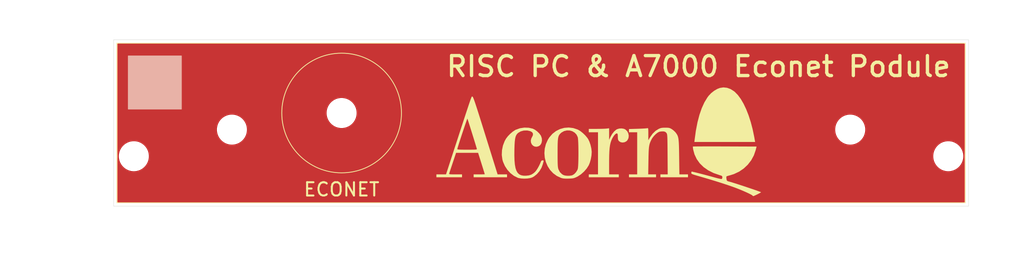
<source format=kicad_pcb>
(kicad_pcb (version 20241229) (generator "pcbnew") (generator_version "9.0")
  (title_block (title "RISC PC & A7000 Econet Podule Faceplate") (date "2024-06-05") (rev "01") (company "Ken Lowe") (comment 1 "Rev 01 - Initial release"))
  (layers (0 "F.Cu" jumper) (2 "B.Cu" signal) (13 "F.Paste" user) (15 "B.Paste" user) (5 "F.SilkS" user "F.Silkscreen") (7 "B.SilkS" user "B.Silkscreen") (1 "F.Mask" user) (3 "B.Mask" user) (25 "Edge.Cuts" user))
  (net 0 "")
  (footprint "MountingHole:MountingHole_4mm" (layer "F.Cu") (at 98.496 95.045 180)
    (property "Reference" "H1" (hide yes))
    (property "Value" "MountingHole")
    (pad "" np_thru_hole circle (at 0 0 180) (size 4 4) (drill 4) (layers "*.Cu" "*.Mask"))
  )
  (footprint "MountingHole:MountingHole_4mm" (layer "F.Cu") (at 129.746 88.545 180)
    (property "Reference" "H5" (hide yes))
    (property "Value" "MountingHole")
    (pad "" np_thru_hole circle (at 0 0 180) (size 4 4) (drill 4) (layers "*.Cu" "*.Mask"))
  )
  (footprint "MountingHole:MountingHole_4mm" (layer "F.Cu") (at 220.996 95.045 180)
    (property "Reference" "H2" (hide yes))
    (property "Value" "MountingHole")
    (pad "" np_thru_hole circle (at 0 0 180) (size 4 4) (drill 4) (layers "*.Cu" "*.Mask"))
  )
  (footprint "MountingHole:MountingHole_4mm" (layer "F.Cu") (at 206.246 91.045 180)
    (property "Reference" "H4" (hide yes))
    (property "Value" "MountingHole")
    (pad "" np_thru_hole circle (at 0 0 180) (size 4 4) (drill 4) (layers "*.Cu" "*.Mask"))
  )
  (footprint "A7000PoduleFacePlate:Acorn Logo" (layer "F.Cu") (at 168.746 93.045)
    (property "Reference" "G1" (hide yes))
    (property "Value" "LOGO" (hide yes))
    (fp_poly (pts (xy 18.969421 -8.293652) (xy 19.508429 -8.098387) (xy 20.028235 -7.769404) (xy 20.149169 -7.670512) (xy 20.604305 -7.205329) (xy 21.044006 -6.607399) (xy 21.462905 -5.889182) (xy 21.855634 -5.063142) (xy 22.216827 -4.141739) (xy 22.541116 -3.137436) (xy 22.823135 -2.062695) (xy 23.057516 -0.929978) (xy 23.061366 -0.90857) (xy 23.198235 -0.145559) (xy 14.060269 -0.145559) (xy 14.094931 -0.454871) (xy 14.283232 -1.832585) (xy 14.525288 -3.088162) (xy 14.820218 -4.218844) (xy 15.167145 -5.221873) (xy 15.565189 -6.09449) (xy 16.013471 -6.833937) (xy 16.212428 -7.09903) (xy 16.588702 -7.494168) (xy 17.035817 -7.845378) (xy 17.50836 -8.120918) (xy 17.88637 -8.269124) (xy 18.424355 -8.351723)) (fill yes) (layer "F.SilkS"))
    (fp_poly (pts (xy 1.237306 -1.338361) (xy 1.237364 -0.473066) (xy 1.448951 -0.920319) (xy 1.693117 -1.349823) (xy 1.980007 -1.713217) (xy 2.283034 -1.979517) (xy 2.432623 -2.066731) (xy 2.755751 -2.162953) (xy 3.115902 -2.182132) (xy 3.455347 -2.126288) (xy 3.68214 -2.022955) (xy 3.952533 -1.762208) (xy 4.123049 -1.439378) (xy 4.190561 -1.087237) (xy 4.151943 -0.738556) (xy 4.004066 -0.426107) (xy 3.850348 -0.260041) (xy 3.580426 -0.110614) (xy 3.274046 -0.059389) (xy 2.978212 -0.106142) (xy 2.739927 -0.250652) (xy 2.725751 -0.265355) (xy 2.623728 -0.399444) (xy 2.569387 -0.553893) (xy 2.549016 -0.779199) (xy 2.547278 -0.922654) (xy 2.537785 -1.196868) (xy 2.505001 -1.355412) (xy 2.44247 -1.427196) (xy 2.433764 -1.430936) (xy 2.292915 -1.411326) (xy 2.117641 -1.274794) (xy 1.925647 -1.040319) (xy 1.734643 -0.72688) (xy 1.683226 -0.626487) (xy 1.554694 -0.332641) (xy 1.451805 -0.01591) (xy 1.372163 0.34275) (xy 1.313376 0.762383) (xy 1.273049 1.262032) (xy 1.248787 1.86074) (xy 1.238196 2.577551) (xy 1.237249 2.920708) (xy 1.237249 4.730659) (xy 2.692836 4.730659) (xy 2.692836 5.167335) (xy -1.819485 5.167335) (xy -1.819485 4.730659) (xy -0.436677 4.730659) (xy -0.436677 -1.601146) (xy -1.819485 -1.601146) (xy -1.819485 -2.110602) (xy -0.67321 -2.111234) (xy -0.244345 -2.114421) (xy 0.165245 -2.122763) (xy 0.518823 -2.135143) (xy 0.779649 -2.150442) (xy 0.855157 -2.157762) (xy 1.237249 -2.203656)) (fill yes) (layer "F.SilkS"))
    (fp_poly (pts (xy 10.004333 -2.287465) (xy 10.226355 -2.265554) (xy 10.400402 -2.215735) (xy 10.575204 -2.127072) (xy 10.665615 -2.072502) (xy 10.92063 -1.88313) (xy 11.16452 -1.651868) (xy 11.258228 -1.54179) (xy 11.375389 -1.381613) (xy 11.471897 -1.226748) (xy 11.549972 -1.061341) (xy 11.611833 -0.869538) (xy 11.659702 -0.635485) (xy 11.695798 -0.343328) (xy 11.722341 0.022787) (xy 11.741551 0.478714) (xy 11.755649 1.040307) (xy 11.766854 1.723421) (xy 11.772235 2.128796) (xy 11.805298 4.730659) (xy 13.100286 4.730659) (xy 13.100286 5.167335) (xy 8.951862 5.167335) (xy 8.951862 4.730659) (xy 10.049627 4.730659) (xy 10.028395 1.715549) (xy 10.022954 0.97351) (xy 10.017569 0.363058) (xy 10.011486 -0.129778) (xy 10.00395 -0.518966) (xy 9.994206 -0.818477) (xy 9.981498 -1.04228) (xy 9.965072 -1.204346) (xy 9.944172 -1.318643) (xy 9.918044 -1.399142) (xy 9.885932 -1.459813) (xy 9.854328 -1.504938) (xy 9.708995 -1.649477) (xy 9.517324 -1.718232) (xy 9.381263 -1.734061) (xy 9.106393 -1.72994) (xy 8.836305 -1.689483) (xy 8.790783 -1.677356) (xy 8.541448 -1.552502) (xy 8.260275 -1.332781) (xy 7.982532 -1.052492) (xy 7.743485 -0.745936) (xy 7.620709 -0.539339) (xy 7.500107 -0.293263) (xy 7.403708 -0.069302) (xy 7.328472 0.153326) (xy 7.271359 0.3954) (xy 7.229327 0.677701) (xy 7.199335 1.021009) (xy 7.178344 1.446105) (xy 7.163311 1.973768) (xy 7.151195 2.624779) (xy 7.150392 2.674642) (xy 7.117461 4.730659) (xy 8.296848 4.730659) (xy 8.296848 5.167335) (xy 4.221203 5.167335) (xy 4.221203 4.730659) (xy 5.458452 4.730659) (xy 5.458452 -1.601146) (xy 4.221203 -1.601146) (xy 4.221203 -2.089962) (xy 5.549427 -2.128976) (xy 5.98199 -2.144234) (xy 6.369961 -2.162717) (xy 6.687532 -2.182813) (xy 6.908896 -2.202912) (xy 7.005014 -2.219862) (xy 7.057366 -2.230606) (xy 7.093066 -2.198064) (xy 7.115263 -2.1005) (xy 7.127104 -1.916173) (xy 7.131738 -1.623345) (xy 7.132378 -1.340292) (xy 7.132378 -0.40885) (xy 7.391547 -0.841244) (xy 7.787021 -1.394546) (xy 8.234149 -1.825978) (xy 8.660745 -2.095786) (xy 8.891995 -2.197983) (xy 9.106015 -2.257802) (xy 9.357651 -2.285762) (xy 9.685606 -2.2924)) (fill yes) (layer "F.SilkS"))
    (fp_poly (pts (xy -10.847957 -2.283747) (xy -10.244119 -2.143471) (xy -9.920238 -1.981466) (xy -9.580546 -1.730139) (xy -9.272735 -1.431143) (xy -9.044497 -1.126133) (xy -9.012398 -1.067689) (xy -8.887247 -0.704301) (xy -8.863432 -0.334201) (xy -8.934422 0.009211) (xy -9.093689 0.292536) (xy -9.313377 0.471834) (xy -9.637671 0.574133) (xy -9.936509 0.552296) (xy -10.193285 0.427476) (xy -10.391393 0.220825) (xy -10.514227 -0.046503) (xy -10.545182 -0.353355) (xy -10.467652 -0.678579) (xy -10.365611 -0.868534) (xy -10.225526 -1.164247) (xy -10.222029 -1.415384) (xy -10.351811 -1.617576) (xy -10.611566 -1.766457) (xy -10.997986 -1.857659) (xy -11.12558 -1.872008) (xy -11.61332 -1.857787) (xy -12.065507 -1.733241) (xy -12.444305 -1.509624) (xy -12.497086 -1.464025) (xy -12.642828 -1.306772) (xy -12.757666 -1.119208) (xy -12.845614 -0.882277) (xy -12.910689 -0.576922) (xy -12.956905 -0.184086) (xy -12.988276 0.315286) (xy -13.008819 0.940252) (xy -13.009467 0.967918) (xy -13.017824 1.861678) (xy -12.995697 2.621215) (xy -12.939211 3.255412) (xy -12.844496 3.773152) (xy -12.707676 4.183317) (xy -12.52488 4.494789) (xy -12.292235 4.716452) (xy -12.005867 4.857188) (xy -11.661904 4.925879) (xy -11.280803 4.932614) (xy -10.824191 4.881952) (xy -10.456323 4.763859) (xy -10.128028 4.55745) (xy -9.88663 4.340518) (xy -9.706673 4.119298) (xy -9.502948 3.801663) (xy -9.298487 3.429027) (xy -9.116325 3.042803) (xy -9.000583 2.747421) (xy -8.894738 2.644058) (xy -8.767294 2.620057) (xy -8.631894 2.642507) (xy -8.609553 2.725296) (xy -8.615119 2.747421) (xy -8.655346 2.894196) (xy -8.712701 3.11235) (xy -8.735862 3.202292) (xy -8.935195 3.738896) (xy -9.239325 4.245605) (xy -9.622542 4.690409) (xy -10.059135 5.041299) (xy -10.334671 5.192826) (xy -10.658813 5.292791) (xy -11.073512 5.353208) (xy -11.528911 5.372893) (xy -11.975156 5.350665) (xy -12.362389 5.285339) (xy -12.497169 5.244134) (xy -13.069206 4.960943) (xy -13.596354 4.556911) (xy -14.059666 4.054422) (xy -14.440194 3.475864) (xy -14.71899 2.843622) (xy -14.816924 2.50339) (xy -14.909478 1.813357) (xy -14.878663 1.093898) (xy -14.730835 0.381605) (xy -14.472353 -0.286934) (xy -14.269375 -0.647818) (xy -13.998091 -1.003869) (xy -13.651632 -1.362381) (xy -13.273204 -1.684106) (xy -12.906016 -1.929802) (xy -12.794165 -1.987748) (xy -12.171108 -2.207617) (xy -11.51012 -2.307031)) (fill yes) (layer "F.SilkS"))
    (fp_poly (pts (xy -4.160076 -2.235437) (xy -3.496871 -2.014826) (xy -3.432782 -1.985484) (xy -3.084926 -1.777146) (xy -2.70995 -1.478844) (xy -2.349207 -1.129062) (xy -2.044051 -0.766285) (xy -1.911793 -0.570032) (xy -1.721005 -0.175306) (xy -1.559074 0.30511) (xy -1.441944 0.811923) (xy -1.385554 1.285838) (xy -1.382808 1.397518) (xy -1.418503 1.903288) (xy -1.51627 2.445569) (xy -1.662136 2.962454) (xy -1.825966 3.360691) (xy -2.129735 3.842317) (xy -2.53402 4.309794) (xy -2.997788 4.722341) (xy -3.480008 5.039181) (xy -3.55227 5.076364) (xy -3.811879 5.199969) (xy -4.020428 5.280288) (xy -4.225459 5.327847) (xy -4.474514 5.353169) (xy -4.815136 5.366781) (xy -4.871004 5.368303) (xy -5.280784 5.371652) (xy -5.588013 5.35372) (xy -5.834683 5.310398) (xy -6.010629 5.256851) (xy -6.640126 4.959835) (xy -7.186211 4.556993) (xy -7.644131 4.064974) (xy -8.009134 3.500427) (xy -8.276467 2.88) (xy -8.441377 2.220342) (xy -8.499113 1.538102) (xy -8.498346 1.528367) (xy -6.513493 1.528367) (xy -6.512566 2.150742) (xy -6.508953 2.646201) (xy -6.501673 3.033376) (xy -6.48974 3.3309) (xy -6.472172 3.557404) (xy -6.447985 3.731522) (xy -6.416195 3.871885) (xy -6.384445 3.972918) (xy -6.173249 4.381658) (xy -5.853418 4.696995) (xy -5.640401 4.828267) (xy -5.402985 4.902763) (xy -5.082689 4.939697) (xy -4.737517 4.938118) (xy -4.425468 4.897078) (xy -4.272314 4.850669) (xy -3.996059 4.67289) (xy -3.739041 4.39912) (xy -3.54189 4.077345) (xy -3.478278 3.912847) (xy -3.44706 3.73152) (xy -3.421693 3.429165) (xy -3.402157 3.030191) (xy -3.388431 2.55901) (xy -3.380496 2.040032) (xy -3.378331 1.497669) (xy -3.381917 0.956331) (xy -3.391233 0.44043) (xy -3.406259 -0.025623) (xy -3.426975 -0.417418) (xy -3.453362 -0.710544) (xy -3.482209 -0.870714) (xy -3.666688 -1.253096) (xy -3.948165 -1.551245) (xy -4.300965 -1.759276) (xy -4.699412 -1.871307) (xy -5.117832 -1.881454) (xy -5.530549 -1.783832) (xy -5.911888 -1.572559) (xy -6.046331 -1.458306) (xy -6.171492 -1.330347) (xy -6.272163 -1.198571) (xy -6.350988 -1.046072) (xy -6.410611 -0.855941) (xy -6.453677 -0.611273) (xy -6.48283 -0.295158) (xy -6.500716 0.10931) (xy -6.509979 0.61904) (xy -6.513263 1.250937) (xy -6.513493 1.528367) (xy -8.498346 1.528367) (xy -8.444921 0.849928) (xy -8.274049 0.17247) (xy -7.981744 -0.477625) (xy -7.751184 -0.84051) (xy -7.286999 -1.373273) (xy -6.74558 -1.792157) (xy -6.144553 -2.092489) (xy -5.501542 -2.269595) (xy -4.834175 -2.318802)) (fill yes) (layer "F.SilkS"))
    (fp_poly (pts (xy 17.512855 0.523751) (xy 18.316832 0.525914) (xy 18.648038 0.527123) (xy 23.418423 0.545845) (xy 23.283061 1.078838) (xy 23.007054 1.877743) (xy 22.606957 2.613666) (xy 22.095059 3.274498) (xy 21.483649 3.848133) (xy 20.785016 4.322461) (xy 20.011448 4.685375) (xy 19.441004 4.864348) (xy 19.183552 4.933823) (xy 18.985239 4.994977) (xy 18.885132 5.035657) (xy 18.88181 5.038342) (xy 18.865784 5.130118) (xy 18.875444 5.311491) (xy 18.887235 5.403286) (xy 18.922406 5.591846) (xy 18.981977 5.698747) (xy 19.106147 5.76345) (xy 19.311176 5.819423) (xy 19.519789 5.877211) (xy 19.824796 5.969165) (xy 20.20711 6.088907) (xy 20.647645 6.230054) (xy 21.127315 6.386226) (xy 21.627035 6.551043) (xy 22.127719 6.718124) (xy 22.610281 6.881088) (xy 23.055635 7.033555) (xy 23.444695 7.169143) (xy 23.758375 7.281474) (xy 23.977591 7.364164) (xy 24.083255 7.410835) (xy 24.089971 7.417038) (xy 24.029629 7.46634) (xy 23.872741 7.557305) (xy 23.655514 7.671893) (xy 23.414152 7.792067) (xy 23.184864 7.899787) (xy 23.003854 7.977014) (xy 22.908369 8.005731) (xy 22.832262 7.953361) (xy 22.810118 7.922896) (xy 22.713088 7.845876) (xy 22.501537 7.726775) (xy 22.196984 7.575295) (xy 21.820942 7.401139) (xy 21.394929 7.21401) (xy 20.94046 7.023612) (xy 20.479051 6.839646) (xy 20.050716 6.678524) (xy 19.220231 6.387103) (xy 18.272799 6.072953) (xy 17.23375 5.744086) (xy 16.128411 5.408516) (xy 14.982112 5.074256) (xy 14.95616 5.066845) (xy 14.483112 4.930862) (xy 14.1325 4.826407) (xy 13.886487 4.746136) (xy 13.727237 4.682709) (xy 13.636914 4.628781) (xy 13.59768 4.577011) (xy 13.5917 4.520056) (xy 13.593116 4.505756) (xy 13.619389 4.364101) (xy 13.640745 4.311499) (xy 13.717438 4.320254) (xy 13.915437 4.362641) (xy 14.215675 4.43379) (xy 14.599084 4.528833) (xy 15.046595 4.642901) (xy 15.539141 4.771127) (xy 16.057652 4.90864) (xy 16.583062 5.050572) (xy 17.096302 5.192055) (xy 17.169286 5.212442) (xy 17.517012 5.304942) (xy 17.81857 5.376197) (xy 18.044116 5.419788) (xy 18.163801 5.429294) (xy 18.170002 5.427702) (xy 18.239871 5.335529) (xy 18.267621 5.174784) (xy 18.256205 5.051223) (xy 18.199761 4.970766) (xy 18.064992 4.906911) (xy 17.84914 4.841715) (xy 16.942822 4.527346) (xy 16.141863 4.125292) (xy 15.450672 3.639819) (xy 14.873657 3.075194) (xy 14.415225 2.435683) (xy 14.079786 1.725553) (xy 13.881283 1.00132) (xy 13.844931 0.770888) (xy 13.831693 0.603883) (xy 13.840133 0.545922) (xy 13.917471 0.539756) (xy 14.128205 0.534465) (xy 14.460171 0.530097) (xy 14.90121 0.526698) (xy 15.439159 0.524316) (xy 16.061858 0.522999) (xy 16.757143 0.522795)) (fill yes) (layer "F.SilkS"))
    (fp_poly (pts (xy -19.364925 -6.984014) (xy -19.347002 -6.977002) (xy -19.32825 -6.971634) (xy -19.297648 -6.953461) (xy -19.259599 -6.901467) (xy -19.211285 -6.807253) (xy -19.149888 -6.662425) (xy -19.072589 -6.458586) (xy -18.976569 -6.18734) (xy -18.859009 -5.840291) (xy -18.717093 -5.409042) (xy -18.548 -4.885197) (xy -18.348912 -4.26036) (xy -18.117011 -3.526135) (xy -17.849479 -2.674125) (xy -17.543496 -1.695935) (xy -17.36068 -1.110349) (xy -15.538396 4.729732) (xy -14.828797 4.730196) (xy -14.119198 4.730659) (xy -14.119198 5.167335) (xy -19.140975 5.167335) (xy -19.140975 4.730659) (xy -18.304012 4.730659) (xy -17.974488 4.728752) (xy -17.706042 4.723567) (xy -17.527405 4.715911) (xy -17.467049 4.70718) (xy -17.487903 4.634094) (xy -17.546385 4.441942) (xy -17.636378 4.150489) (xy -17.751765 3.779498) (xy -17.886429 3.348734) (xy -17.968271 3.087839) (xy -18.469493 1.491977) (xy -21.784843 1.491977) (xy -22.283054 2.983954) (xy -22.432161 3.430737) (xy -22.567271 3.836058) (xy -22.680994 4.177715) (xy -22.765943 4.433503) (xy -22.814729 4.581221) (xy -22.821898 4.603295) (xy -22.827468 4.65443) (xy -22.791586 4.689752) (xy -22.692797 4.712148) (xy -22.509644 4.724504) (xy -22.22067 4.729706) (xy -21.875105 4.730659) (xy -20.887679 4.730659) (xy -20.887679 5.167335) (xy -24.744986 5.167335) (xy -24.744986 4.730659) (xy -23.297221 4.730659) (xy -22.37767 1.910458) (xy -22.054401 0.918896) (xy -21.602615 0.918896) (xy -21.588154 0.953206) (xy -21.515543 0.978975) (xy -21.368428 0.997307) (xy -21.130457 1.00931) (xy -20.785277 1.016088) (xy -20.316535 1.018748) (xy -20.123928 1.018911) (xy -19.619963 1.018147) (xy -19.24374 1.014824) (xy -18.977444 1.007392) (xy -18.803264 0.994304) (xy -18.703384 0.974011) (xy -18.659992 0.944964) (xy -18.655274 0.905615) (xy -18.658744 0.891547) (xy -18.736365 0.629724) (xy -18.841919 0.281092) (xy -18.969223 -0.134604) (xy -19.112099 -0.59762) (xy -19.264364 -1.088212) (xy -19.419839 -1.586637) (xy -19.572343 -2.073149) (xy -19.715695 -2.528005) (xy -19.843716 -2.93146) (xy -19.950224 -3.263771) (xy -20.029039 -3.505194) (xy -20.073981 -3.635984) (xy -20.081456 -3.653425) (xy -20.109898 -3.596099) (xy -20.176498 -3.419557) (xy -20.27482 -3.143142) (xy -20.39843 -2.786199) (xy -20.540891 -2.368071) (xy -20.695768 -1.908101) (xy -20.856626 -1.425634) (xy -21.017029 -0.940013) (xy -21.170543 -0.470581) (xy -21.310731 -0.036682) (xy -21.431158 0.34234) (xy -21.525388 0.647142) (xy -21.586987 0.858379) (xy -21.602615 0.918896) (xy -22.054401 0.918896) (xy -21.955792 0.616434) (xy -21.576765 -0.54623) (xy -21.238189 -1.584521) (xy -20.937666 -2.505427) (xy -20.672796 -3.315935) (xy -20.441182 -4.023032) (xy -20.240423 -4.633704) (xy -20.068122 -5.15494) (xy -19.92188 -5.593725) (xy -19.799297 -5.957048) (xy -19.697975 -6.251896) (xy -19.615515 -6.485255) (xy -19.549517 -6.664113) (xy -19.497585 -6.795457) (xy -19.457317 -6.886274) (xy -19.426316 -6.94355) (xy -19.402183 -6.974275) (xy -19.382519 -6.985433)) (fill yes) (layer "F.SilkS"))
  )
  (footprint "MountingHole:MountingHole_4mm" (layer "F.Cu") (at 113.246 91.045 180)
    (property "Reference" "H3" (hide yes))
    (property "Value" "MountingHole")
    (pad "" np_thru_hole circle (at 0 0 180) (size 4 4) (drill 4) (layers "*.Cu" "*.Mask"))
  )
  (gr_line (start 223.546 78.045) (end 223.546 102.045) (stroke (width 0.12)) (layer "F.SilkS"))
  (gr_line (start 223.546 102.045) (end 95.946 102.045) (stroke (width 0.12)) (layer "F.SilkS"))
  (gr_circle (center 129.746 88.545) (end 138.746 88.545) (stroke (width 0.12)) (fill no) (layer "F.SilkS"))
  (gr_line (start 95.946 78.045) (end 223.546 78.045) (stroke (width 0.12)) (layer "F.SilkS"))
  (gr_line (start 95.946 102.045) (end 95.946 78.045) (stroke (width 0.12)) (layer "F.SilkS"))
  (gr_rect (start 97.652533 79.955883) (end 105.652533 87.955883) (stroke (width 0.1)) (fill yes) (layer "B.SilkS"))
  (gr_line (start 224.046 102.545) (end 95.446 102.545) (stroke (width 0.05)) (layer "Edge.Cuts"))
  (gr_line (start 224.046 77.545) (end 224.046 102.545) (stroke (width 0.05)) (layer "Edge.Cuts"))
  (gr_line (start 95.446 102.545) (end 95.446 77.545) (stroke (width 0.05)) (layer "Edge.Cuts"))
  (gr_line (start 95.446 77.545) (end 224.046 77.545) (stroke (width 0.05)) (layer "Edge.Cuts"))
  (gr_text "RISC PC & A7000 Econet Podule" (at 145.246 81.545 0) (layer "F.SilkS") (effects (font (size 3 3) (thickness 0.5)) (justify left)))
  (gr_text "ECONET" (at 129.746 100.045 0) (layer "F.SilkS") (effects (font (size 2 2) (thickness 0.3))))
  (zone (net 0) (net_name "") (layer "F.Cu") (connect_pads (clearance 0.508)) (min_thickness 0.254) (fill yes (thermal_gap 0.508) (thermal_bridge_width 0.508))
    (polygon (pts (xy 224.046 102.545) (xy 95.43 102.545) (xy 95.43 77.545) (xy 224.046 77.545)))
  )
)
</source>
